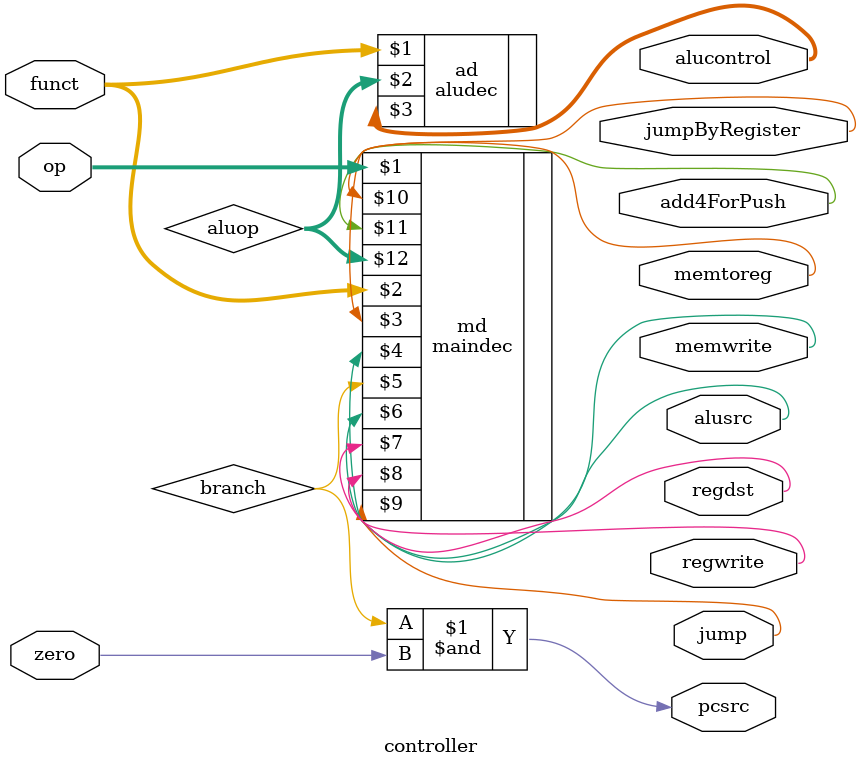
<source format=sv>
`timescale 1ns / 1ps
module controller(input  logic[5:0] op, funct,
                  input  logic     zero,
                  output logic     memtoreg, memwrite,
                  output logic     pcsrc, alusrc,
                  output logic     regdst, regwrite,
                  output logic     jump, jumpByRegister, add4ForPush,
                  output logic[2:0] alucontrol);

   logic [1:0] aluop;
   logic       branch;

   maindec md (op, funct, memtoreg, memwrite, branch, alusrc, regdst, regwrite, 
		 jump, jumpByRegister, add4ForPush, aluop);

   aludec  ad (funct, aluop, alucontrol);

   assign pcsrc = branch & zero;

endmodule
</source>
